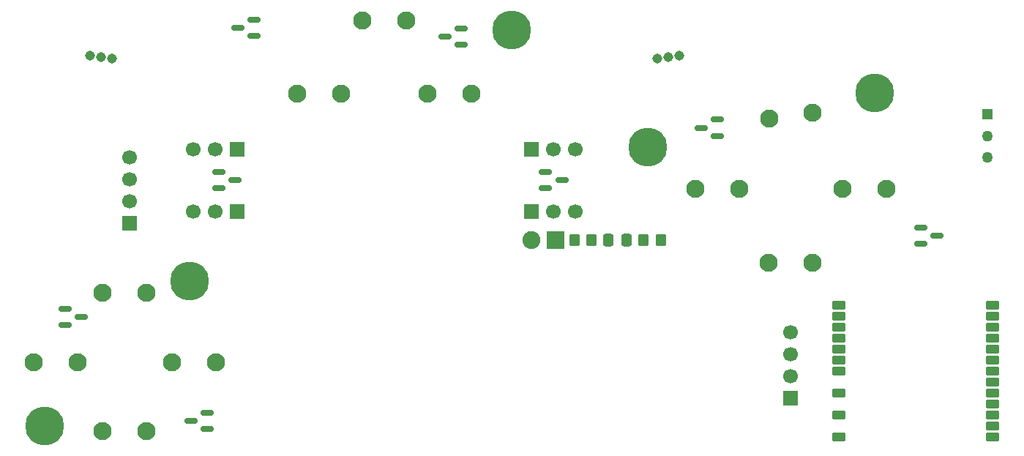
<source format=gbr>
%TF.GenerationSoftware,KiCad,Pcbnew,9.0.6*%
%TF.CreationDate,2025-12-29T09:20:14+01:00*%
%TF.ProjectId,pcb_phone_controller,7063625f-7068-46f6-9e65-5f636f6e7472,rev?*%
%TF.SameCoordinates,Original*%
%TF.FileFunction,Soldermask,Top*%
%TF.FilePolarity,Negative*%
%FSLAX46Y46*%
G04 Gerber Fmt 4.6, Leading zero omitted, Abs format (unit mm)*
G04 Created by KiCad (PCBNEW 9.0.6) date 2025-12-29 09:20:14*
%MOMM*%
%LPD*%
G01*
G04 APERTURE LIST*
G04 Aperture macros list*
%AMRoundRect*
0 Rectangle with rounded corners*
0 $1 Rounding radius*
0 $2 $3 $4 $5 $6 $7 $8 $9 X,Y pos of 4 corners*
0 Add a 4 corners polygon primitive as box body*
4,1,4,$2,$3,$4,$5,$6,$7,$8,$9,$2,$3,0*
0 Add four circle primitives for the rounded corners*
1,1,$1+$1,$2,$3*
1,1,$1+$1,$4,$5*
1,1,$1+$1,$6,$7*
1,1,$1+$1,$8,$9*
0 Add four rect primitives between the rounded corners*
20,1,$1+$1,$2,$3,$4,$5,0*
20,1,$1+$1,$4,$5,$6,$7,0*
20,1,$1+$1,$6,$7,$8,$9,0*
20,1,$1+$1,$8,$9,$2,$3,0*%
G04 Aperture macros list end*
%ADD10C,2.100000*%
%ADD11RoundRect,0.250000X0.337500X0.475000X-0.337500X0.475000X-0.337500X-0.475000X0.337500X-0.475000X0*%
%ADD12C,4.500000*%
%ADD13R,1.700000X1.700000*%
%ADD14C,1.700000*%
%ADD15RoundRect,0.250000X-0.350000X-0.450000X0.350000X-0.450000X0.350000X0.450000X-0.350000X0.450000X0*%
%ADD16R,1.270000X1.270000*%
%ADD17C,1.270000*%
%ADD18RoundRect,0.150000X0.587500X0.150000X-0.587500X0.150000X-0.587500X-0.150000X0.587500X-0.150000X0*%
%ADD19RoundRect,0.150000X-0.587500X-0.150000X0.587500X-0.150000X0.587500X0.150000X-0.587500X0.150000X0*%
%ADD20C,1.143000*%
%ADD21RoundRect,0.269050X-0.519050X0.269050X-0.519050X-0.269050X0.519050X-0.269050X0.519050X0.269050X0*%
%ADD22RoundRect,0.269050X0.519050X-0.269050X0.519050X0.269050X-0.519050X0.269050X-0.519050X-0.269050X0*%
%ADD23RoundRect,0.038100X1.000000X-1.000000X1.000000X1.000000X-1.000000X1.000000X-1.000000X-1.000000X0*%
%ADD24C,2.076200*%
G04 APERTURE END LIST*
D10*
%TO.C,LEFT1*%
X114505876Y-136641938D03*
X109425876Y-136641938D03*
%TD*%
%TO.C,DOWN1*%
X122505876Y-144641938D03*
X117425876Y-144641938D03*
%TD*%
%TO.C,Home1*%
X152540000Y-97093691D03*
X147460000Y-97093691D03*
%TD*%
D11*
%TO.C,C1*%
X178000000Y-122500000D03*
X175925000Y-122500000D03*
%TD*%
D10*
%TO.C,Select1*%
X139960000Y-105593690D03*
X145040000Y-105593690D03*
%TD*%
D12*
%TO.C,H2*%
X180500000Y-111750000D03*
%TD*%
D13*
%TO.C,ClickStickR1*%
X167000000Y-119200000D03*
D14*
X169540000Y-119200000D03*
X172080000Y-119200000D03*
%TD*%
D15*
%TO.C,R1*%
X180000000Y-122500000D03*
X182000000Y-122500000D03*
%TD*%
D13*
%TO.C,ClickStickL1*%
X133000000Y-119200000D03*
D14*
X130460000Y-119200000D03*
X127920000Y-119200000D03*
%TD*%
D10*
%TO.C,Start1*%
X154960000Y-105593690D03*
X160040000Y-105593690D03*
%TD*%
D16*
%TO.C,SW17*%
X219750000Y-108000000D03*
D17*
X219750000Y-110500000D03*
X219750000Y-113000000D03*
%TD*%
D18*
%TO.C,D3*%
X134937500Y-98950000D03*
X134937500Y-97050000D03*
X133062500Y-98000000D03*
%TD*%
%TO.C,D7*%
X129500000Y-144400000D03*
X129500000Y-142500000D03*
X127625000Y-143450000D03*
%TD*%
D12*
%TO.C,H5*%
X110750000Y-144000000D03*
%TD*%
D19*
%TO.C,D5*%
X212062500Y-121050000D03*
X212062500Y-122950000D03*
X213937500Y-122000000D03*
%TD*%
D13*
%TO.C,StickL1*%
X120500000Y-120580000D03*
D14*
X120500000Y-118040000D03*
X120500000Y-115500000D03*
X120500000Y-112960000D03*
%TD*%
D20*
%TO.C,TriggerL1*%
X118481444Y-101543579D03*
X117223354Y-101370056D03*
X115965264Y-101196534D03*
%TD*%
D13*
%TO.C,BumperR1*%
X167000000Y-112000000D03*
D14*
X169540000Y-112000000D03*
X172080000Y-112000000D03*
%TD*%
D10*
%TO.C,B1*%
X194494124Y-125127219D03*
X199574124Y-125127219D03*
%TD*%
D12*
%TO.C,H1*%
X164750000Y-98250000D03*
%TD*%
D18*
%TO.C,D6*%
X188500000Y-110500000D03*
X188500000Y-108600000D03*
X186625000Y-109550000D03*
%TD*%
D10*
%TO.C,UP1*%
X117425876Y-128641938D03*
X122505876Y-128641938D03*
%TD*%
%TO.C,X1*%
X186008842Y-116641938D03*
X191088842Y-116641938D03*
%TD*%
%TO.C,Y1*%
X194517950Y-108503745D03*
X199550298Y-107809567D03*
%TD*%
D19*
%TO.C,D2*%
X168662500Y-114650000D03*
X168662500Y-116550000D03*
X170537500Y-115600000D03*
%TD*%
D13*
%TO.C,BumperL1*%
X133000000Y-112000000D03*
D14*
X130460000Y-112000000D03*
X127920000Y-112000000D03*
%TD*%
D20*
%TO.C,TriggerR1*%
X184094904Y-101201731D03*
X182836814Y-101375253D03*
X181578724Y-101548776D03*
%TD*%
D12*
%TO.C,H3*%
X206750000Y-105500000D03*
%TD*%
D13*
%TO.C,StickR1*%
X197000000Y-140810000D03*
D14*
X197000000Y-138270000D03*
X197000000Y-135730000D03*
X197000000Y-133190000D03*
%TD*%
D12*
%TO.C,H4*%
X127500000Y-127250000D03*
%TD*%
D19*
%TO.C,D8*%
X113062500Y-130450000D03*
X113062500Y-132350000D03*
X114937500Y-131400000D03*
%TD*%
D10*
%TO.C,RIGHT1*%
X125425876Y-136641938D03*
X130505876Y-136641938D03*
%TD*%
D18*
%TO.C,D4*%
X158937500Y-99950000D03*
X158937500Y-98050000D03*
X157062500Y-99000000D03*
%TD*%
D21*
%TO.C,U1*%
X202610000Y-142741871D03*
X202610000Y-130041871D03*
D22*
X220390000Y-130041871D03*
X220390000Y-133851871D03*
X220390000Y-136391871D03*
X220390000Y-138931871D03*
X220390000Y-141471871D03*
X220390000Y-144011871D03*
D21*
X202610000Y-136391871D03*
X202610000Y-133851871D03*
X202610000Y-131311871D03*
D22*
X220390000Y-131311871D03*
D21*
X202610000Y-137661871D03*
X202610000Y-135121871D03*
X202610000Y-132581871D03*
D22*
X220390000Y-132581871D03*
D21*
X202610000Y-145281871D03*
D22*
X220390000Y-135121871D03*
X220390000Y-137661871D03*
D21*
X202610000Y-140201871D03*
D22*
X220390000Y-140201871D03*
X220390000Y-142741871D03*
X220390000Y-145281871D03*
%TD*%
D15*
%TO.C,R2*%
X172000000Y-122500000D03*
X174000000Y-122500000D03*
%TD*%
D10*
%TO.C,A1*%
X202979405Y-116641938D03*
X208059405Y-116641938D03*
%TD*%
D23*
%TO.C,+-1*%
X169800000Y-122500000D03*
D24*
X167000000Y-122500000D03*
%TD*%
D19*
%TO.C,D1*%
X130862500Y-114650000D03*
X130862500Y-116550000D03*
X132737500Y-115600000D03*
%TD*%
M02*

</source>
